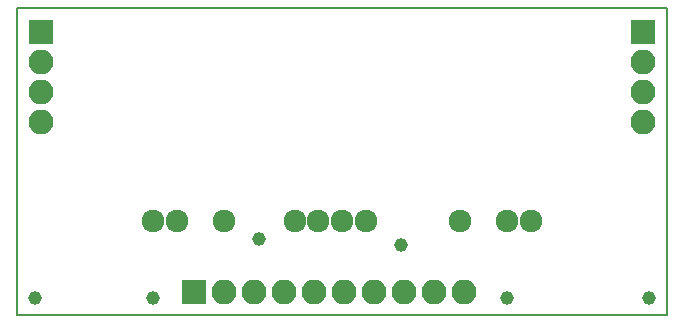
<source format=gbr>
%TF.GenerationSoftware,KiCad,Pcbnew,4.0.7*%
%TF.CreationDate,2021-06-18T00:55:45+09:00*%
%TF.ProjectId,NuTube_Conversion_Board,4E75547562655F436F6E76657273696F,rev?*%
%TF.FileFunction,Soldermask,Top*%
%FSLAX46Y46*%
G04 Gerber Fmt 4.6, Leading zero omitted, Abs format (unit mm)*
G04 Created by KiCad (PCBNEW 4.0.7) date 06/18/21 00:55:45*
%MOMM*%
%LPD*%
G01*
G04 APERTURE LIST*
%ADD10C,0.100000*%
%ADD11C,0.150000*%
%ADD12C,1.162000*%
%ADD13R,2.100000X2.100000*%
%ADD14O,2.100000X2.100000*%
%ADD15C,1.924000*%
G04 APERTURE END LIST*
D10*
D11*
X176000000Y-97000000D02*
X176000000Y-123000000D01*
X121000000Y-97000000D02*
X121000000Y-123000000D01*
X176000000Y-123000000D02*
X121000000Y-123000000D01*
X121000000Y-97000000D02*
X176000000Y-97000000D01*
D12*
X132500000Y-121500000D03*
X162500000Y-121500000D03*
X153500000Y-117000000D03*
X141500000Y-116500000D03*
X174500000Y-121500000D03*
D13*
X123000000Y-99000000D03*
D14*
X123000000Y-101540000D03*
X123000000Y-104080000D03*
X123000000Y-106620000D03*
D13*
X136000000Y-121000000D03*
D14*
X138540000Y-121000000D03*
X141080000Y-121000000D03*
X143620000Y-121000000D03*
X146160000Y-121000000D03*
X148700000Y-121000000D03*
X151240000Y-121000000D03*
X153780000Y-121000000D03*
X156320000Y-121000000D03*
X158860000Y-121000000D03*
D13*
X174000000Y-99000000D03*
D14*
X174000000Y-101540000D03*
X174000000Y-104080000D03*
X174000000Y-106620000D03*
D15*
X148501100Y-115003600D03*
X150501100Y-115003600D03*
X158501100Y-115003600D03*
X162501100Y-115003600D03*
X164501100Y-115003600D03*
X132501100Y-115003600D03*
X134501100Y-115003600D03*
X138501100Y-115003600D03*
X144501100Y-115003600D03*
X146501100Y-115003600D03*
D12*
X122500000Y-121500000D03*
M02*

</source>
